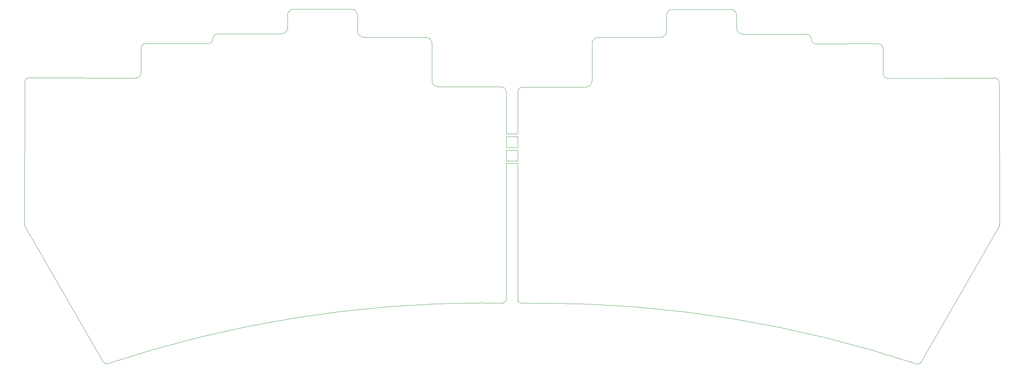
<source format=gm1>
G04 #@! TF.GenerationSoftware,KiCad,Pcbnew,7.0.6*
G04 #@! TF.CreationDate,2023-08-29T20:54:38+02:00*
G04 #@! TF.ProjectId,KoalaKeeb,4b6f616c-614b-4656-9562-2e6b69636164,rev?*
G04 #@! TF.SameCoordinates,Original*
G04 #@! TF.FileFunction,Profile,NP*
%FSLAX46Y46*%
G04 Gerber Fmt 4.6, Leading zero omitted, Abs format (unit mm)*
G04 Created by KiCad (PCBNEW 7.0.6) date 2023-08-29 20:54:38*
%MOMM*%
%LPD*%
G01*
G04 APERTURE LIST*
G04 #@! TA.AperFunction,Profile*
%ADD10C,0.100000*%
G04 #@! TD*
G04 APERTURE END LIST*
D10*
X153000000Y-93026401D02*
G75*
G03*
X61796928Y-107790785I0J-289073599D01*
G01*
X162504783Y-40554468D02*
X177804796Y-40558632D01*
X71051469Y-29947310D02*
G75*
G03*
X69847310Y-31151469I31J-1204190D01*
G01*
X158500000Y-51900000D02*
X161300000Y-51900000D01*
X68648531Y-38352690D02*
X42851469Y-38247310D01*
X158500000Y-52600000D02*
X161300000Y-52600000D01*
X214404796Y-23158632D02*
X214404796Y-26258632D01*
X158504151Y-41699995D02*
X158500000Y-51900000D01*
X198904796Y-21658596D02*
G75*
G03*
X197404796Y-23158632I4J-1500004D01*
G01*
X166804796Y-93085033D02*
X162104796Y-93058632D01*
X120900000Y-21600000D02*
X106900000Y-21600000D01*
X258007875Y-107849395D02*
G75*
G03*
X259164326Y-107336615I296925J890795D01*
G01*
X103939340Y-27601259D02*
X88500000Y-27600000D01*
X278157486Y-39510101D02*
X278187891Y-74058632D01*
X140500000Y-39000000D02*
X140500000Y-30000000D01*
X158500000Y-59100000D02*
X161300000Y-59100000D01*
X140500038Y-30000000D02*
G75*
G03*
X138918862Y-28418862I-1581138J0D01*
G01*
X161300000Y-59100000D02*
X161308766Y-92179029D01*
X195904796Y-28458596D02*
G75*
G03*
X197404796Y-26958632I4J1499996D01*
G01*
X41616905Y-74000000D02*
G75*
G03*
X41700000Y-74300000I583095J0D01*
G01*
X158500000Y-55900000D02*
X161300000Y-55900000D01*
X161300000Y-55900000D02*
X161300000Y-58500000D01*
X157300013Y-40495836D02*
X142000000Y-40500000D01*
X106900000Y-21600000D02*
G75*
G03*
X105400000Y-23100000I0J-1500000D01*
G01*
X161308735Y-92179026D02*
G75*
G03*
X162104796Y-93058632I796065J-79574D01*
G01*
X214404867Y-26258629D02*
G75*
G03*
X215865456Y-27659891I1460633J60629D01*
G01*
X180885934Y-28477496D02*
G75*
G03*
X179304796Y-30058632I-34J-1581104D01*
G01*
X69847310Y-31151469D02*
X69852690Y-37148531D01*
X161300000Y-52600000D02*
X161300000Y-55200000D01*
X105400000Y-23100000D02*
X105400000Y-26200000D01*
X162504783Y-40554445D02*
G75*
G03*
X161300645Y-41758627I17J-1204155D01*
G01*
X251156265Y-38411322D02*
X276953327Y-38305942D01*
X158500000Y-58500000D02*
X158500000Y-55900000D01*
X259164327Y-107336616D02*
X278104796Y-74358632D01*
X42851469Y-38247310D02*
G75*
G03*
X41647310Y-39451469I31J-1204190D01*
G01*
X232509026Y-28858629D02*
G75*
G03*
X233756265Y-30055534I1247274J51429D01*
G01*
X157700000Y-93000000D02*
G75*
G03*
X158496030Y-92120397I0J800000D01*
G01*
X158504164Y-41699995D02*
G75*
G03*
X157300013Y-40495836I-1204164J-5D01*
G01*
X153000000Y-93026401D02*
X157700000Y-93000000D01*
X233756265Y-30055534D02*
X248753327Y-30005942D01*
X214404768Y-23158632D02*
G75*
G03*
X212904796Y-21658632I-1499968J32D01*
G01*
X161300000Y-58500000D02*
X158500000Y-58500000D01*
X161300000Y-55200000D02*
X158500000Y-55200000D01*
X197404796Y-26958632D02*
X197404796Y-23158632D01*
X258007868Y-107849418D02*
G75*
G03*
X166804796Y-93085033I-91203068J-274309182D01*
G01*
X232508927Y-28858632D02*
G75*
G03*
X231304796Y-27654473I-1204127J32D01*
G01*
X122400000Y-26900000D02*
X122400000Y-23100000D01*
X68648531Y-38352690D02*
G75*
G03*
X69852690Y-37148531I-31J1204190D01*
G01*
X278157458Y-39510101D02*
G75*
G03*
X276953327Y-38305942I-1204158J1D01*
G01*
X122400000Y-23100000D02*
G75*
G03*
X120900000Y-21600000I-1500000J0D01*
G01*
X249957458Y-31210101D02*
G75*
G03*
X248753327Y-30005942I-1204158J1D01*
G01*
X161300645Y-41758627D02*
X161300000Y-51900000D01*
X198904796Y-21658632D02*
X212904796Y-21658632D01*
X41647310Y-39451469D02*
X41616905Y-74000000D01*
X249957486Y-31210101D02*
X249952106Y-37207163D01*
X60640469Y-107277984D02*
X41700000Y-74300000D01*
X122400000Y-26900000D02*
G75*
G03*
X123900000Y-28400000I1500000J0D01*
G01*
X88500000Y-27595841D02*
G75*
G03*
X87295841Y-28800000I0J-1204159D01*
G01*
X140500000Y-39000000D02*
G75*
G03*
X142000000Y-40500000I1500000J0D01*
G01*
X158500000Y-55200000D02*
X158500000Y-52600000D01*
X177804796Y-40558596D02*
G75*
G03*
X179304796Y-39058632I4J1499996D01*
G01*
X103939340Y-27601260D02*
G75*
G03*
X105399999Y-26200000I-40J1461960D01*
G01*
X180885934Y-28477494D02*
X195904796Y-28458632D01*
X86048531Y-29996903D02*
G75*
G03*
X87295840Y-28800000I-31J1248403D01*
G01*
X179304796Y-39058632D02*
X179304796Y-30058632D01*
X215865456Y-27659891D02*
X231304796Y-27658632D01*
X60640471Y-107277983D02*
G75*
G03*
X61796928Y-107790783I859529J377983D01*
G01*
X278104781Y-74358623D02*
G75*
G03*
X278187891Y-74058632I-499981J300023D01*
G01*
X138918862Y-28418862D02*
X123900000Y-28400000D01*
X158496030Y-92120397D02*
X158500000Y-59100000D01*
X86048531Y-29996902D02*
X71051469Y-29947310D01*
X249952178Y-37207163D02*
G75*
G03*
X251156265Y-38411322I1204122J-37D01*
G01*
M02*

</source>
